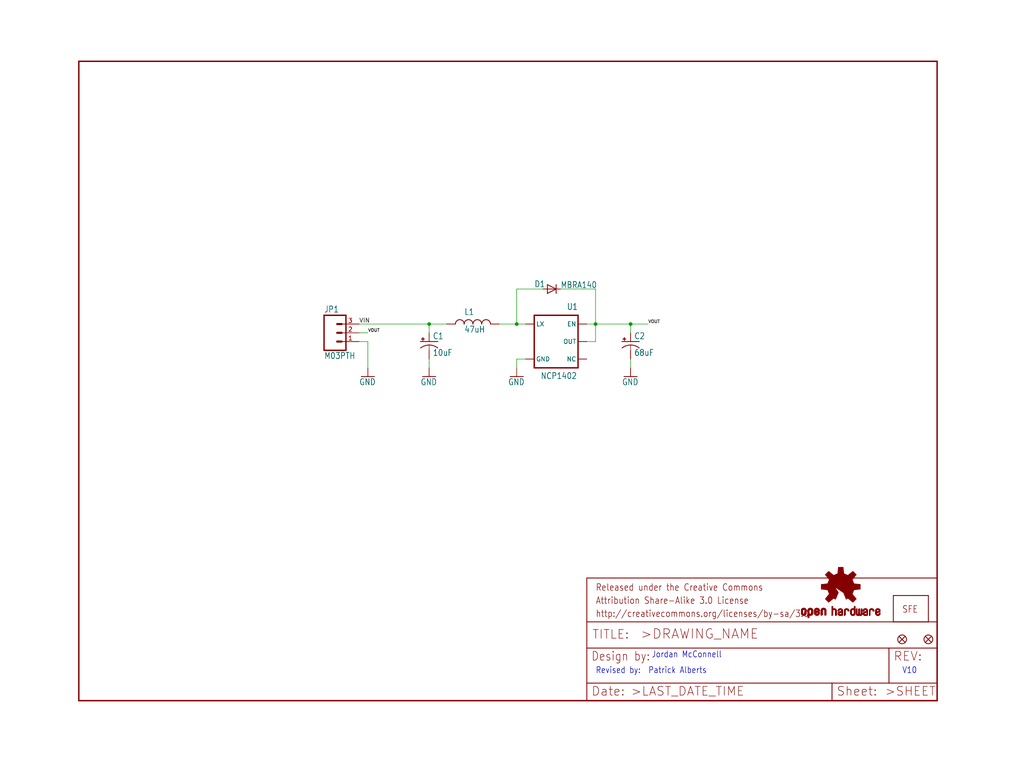
<source format=kicad_sch>
(kicad_sch (version 20211123) (generator eeschema)
  (paper "User" 297.002 223.926)
  (lib_symbols
    (symbol "eagleSchem-eagle-import:CAP_POL1206"
      (property "Reference" "C" (at 1.016 0.635 0))
      (property "Value" "CAP_POL1206" (at 1.016 -4.191 0))
      (symbol "CAP_POL1206_1_0"
        (pin passive line (at 0 2.54 270) (length 2.54) (name "+") (number "A"))
        (pin passive line (at 0 -5.08 90) (length 2.54) (name "-") (number "C"))
      )
    )
    (symbol "eagleSchem-eagle-import:CAP_POL3528"
      (property "Reference" "C" (at 1.016 0.635 0))
      (property "Value" "CAP_POL3528" (at 1.016 -4.191 0))
      (symbol "CAP_POL3528_1_0"
        (pin passive line (at 0 2.54 270) (length 2.54) (name "+") (number "A"))
        (pin passive line (at 0 -5.08 90) (length 2.54) (name "-") (number "C"))
      )
    )
    (symbol "eagleSchem-eagle-import:DIODESMA"
      (property "Reference" "D" (at 2.54 0.4826 0))
      (property "Value" "DIODESMA" (at 2.54 -2.3114 0))
      (symbol "DIODESMA_1_0"
        (pin passive line (at -2.54 0 0) (length 2.54) (name "A") (number "A"))
        (pin passive line (at 2.54 0 180) (length 2.54) (name "C") (number "C"))
      )
    )
    (symbol "eagleSchem-eagle-import:FIDUCIAL1X2")
    (symbol "eagleSchem-eagle-import:FRAME-LETTER"
      (symbol "FRAME-LETTER_2_0"
        (text ">DRAWING_NAME" (at 15.494 17.78 0) (effects (font (size 2.7432 2.7432)) (justify left bottom)))
        (text ">LAST_DATE_TIME" (at 12.7 1.27 0) (effects (font (size 2.54 2.54)) (justify left bottom)))
        (text ">SHEET" (at 86.36 1.27 0) (effects (font (size 2.54 2.54)) (justify left bottom)))
        (text "Attribution Share-Alike 3.0 License" (at 2.54 27.94 0) (effects (font (size 1.9304 1.6408)) (justify left bottom)))
        (text "Date:" (at 1.27 1.27 0) (effects (font (size 2.54 2.54)) (justify left bottom)))
        (text "Design by:" (at 1.27 11.43 0) (effects (font (size 2.54 2.159)) (justify left bottom)))
        (text "http://creativecommons.org/licenses/by-sa/3.0" (at 2.54 24.13 0) (effects (font (size 1.9304 1.6408)) (justify left bottom)))
        (text "Released under the Creative Commons" (at 2.54 31.75 0) (effects (font (size 1.9304 1.6408)) (justify left bottom)))
        (text "REV:" (at 88.9 11.43 0) (effects (font (size 2.54 2.54)) (justify left bottom)))
        (text "Sheet:" (at 72.39 1.27 0) (effects (font (size 2.54 2.54)) (justify left bottom)))
        (text "TITLE:" (at 1.524 17.78 0) (effects (font (size 2.54 2.54)) (justify left bottom)))
      )
    )
    (symbol "eagleSchem-eagle-import:GND" (power)
      (property "Value" "GND" (at -2.54 -2.54 0))
      (symbol "GND_1_0"
        (pin power_in line (at 0 2.54 270) (length 2.54) (name "GND") (number "1"))
      )
    )
    (symbol "eagleSchem-eagle-import:INDUCTORCR54"
      (property "Value" "INDUCTORCR54" (at 2.54 -5.08 0))
      (symbol "INDUCTORCR54_1_0"
        (pin passive line (at 0 7.62 270) (length 2.54) (name "1") (number "P$1"))
        (pin passive line (at 0 -7.62 90) (length 2.54) (name "2") (number "P$2"))
      )
    )
    (symbol "eagleSchem-eagle-import:LOGO-SFESK"
      (symbol "LOGO-SFESK_1_0"
        (text "SFE" (at 0 0 0) (effects (font (size 1.9304 1.6408)) (justify left bottom)))
      )
    )
    (symbol "eagleSchem-eagle-import:M03PTH"
      (property "Reference" "JP" (at -2.54 5.842 0))
      (property "Value" "M03PTH" (at -2.54 -7.62 0))
      (symbol "M03PTH_1_0"
        (pin passive line (at 7.62 -2.54 180) (length 5.08) (name "1") (number "1"))
        (pin passive line (at 7.62 0 180) (length 5.08) (name "2") (number "2"))
        (pin passive line (at 7.62 2.54 180) (length 5.08) (name "3") (number "3"))
      )
    )
    (symbol "eagleSchem-eagle-import:OSHW-LOGOS")
    (symbol "eagleSchem-eagle-import:V_REG_NCP1400SOT23-5"
      (property "Reference" "IC" (at -5.08 9.144 0))
      (property "Value" "V_REG_NCP1400SOT23-5" (at -4.826 -10.922 0))
      (symbol "V_REG_NCP1400SOT23-5_1_0"
        (pin input line (at -7.62 5.08 0) (length 2.54) (name "EN") (number "1"))
        (pin passive line (at -7.62 0 0) (length 2.54) (name "OUT") (number "2"))
        (pin input line (at -7.62 -5.08 0) (length 2.54) (name "NC") (number "3"))
        (pin input line (at 10.16 -5.08 180) (length 2.54) (name "GND") (number "4"))
        (pin input line (at 10.16 5.08 180) (length 2.54) (name "LX") (number "5"))
      )
    )
  )
  (junction (at 172.72 93.98))
  (junction (at 124.46 93.98))
  (junction (at 182.88 93.98))
  (junction (at 149.86 93.98))
  (wire (pts (xy 152.4 104.14) (xy 149.86 104.14)))
  (wire (pts (xy 172.72 83.82) (xy 172.72 93.98)))
  (wire (pts (xy 182.88 104.14) (xy 182.88 106.68)))
  (wire (pts (xy 149.86 93.98) (xy 149.86 83.82)))
  (wire (pts (xy 149.86 83.82) (xy 157.48 83.82)))
  (wire (pts (xy 172.72 93.98) (xy 182.88 93.98)))
  (wire (pts (xy 152.4 93.98) (xy 149.86 93.98)))
  (wire (pts (xy 106.68 99.06) (xy 106.68 106.68)))
  (wire (pts (xy 144.78 93.98) (xy 149.86 93.98)))
  (wire (pts (xy 124.46 93.98) (xy 124.46 96.52)))
  (wire (pts (xy 104.14 93.98) (xy 124.46 93.98)))
  (wire (pts (xy 104.14 99.06) (xy 106.68 99.06)))
  (wire (pts (xy 124.46 104.14) (xy 124.46 106.68)))
  (wire (pts (xy 182.88 93.98) (xy 187.96 93.98)))
  (wire (pts (xy 129.54 93.98) (xy 124.46 93.98)))
  (wire (pts (xy 170.18 93.98) (xy 172.72 93.98)))
  (wire (pts (xy 149.86 104.14) (xy 149.86 106.68)))
  (wire (pts (xy 104.14 96.52) (xy 106.68 96.52)))
  (wire (pts (xy 162.56 83.82) (xy 172.72 83.82)))
  (wire (pts (xy 172.72 99.06) (xy 170.18 99.06)))
  (wire (pts (xy 182.88 93.98) (xy 182.88 96.52)))
  (wire (pts (xy 172.72 93.98) (xy 172.72 99.06)))
  (text "Revised by:  Patrick Alberts" (at 172.72 195.58 180) (effects (font (size 1.778 1.5113)) (justify left bottom)))
  (text "V10" (at 261.62 195.58 180) (effects (font (size 1.778 1.5113)) (justify left bottom)))
  (text "Jordan McConnell" (at 188.976 191.008 180) (effects (font (size 1.778 1.5113)) (justify left bottom)))
  (label "VOUT" (at 187.96 93.98 0) (effects (font (size 0.889 0.889))))
  (label "VIN" (at 104.14 93.98 0) (effects (font (size 1.2446 1.2446))))
  (label "VOUT" (at 106.68 96.52 0) (effects (font (size 0.889 0.889))))
  (symbol (lib_id "eagleSchem-eagle-import:INDUCTORCR54") (at 137.16 93.98 90) (unit 1)
    (property "Reference" "L1" (at 134.62 91.44 90) (effects (font (size 1.778 1.5113)) (justify right top)))
    (property "Value" "47uH" (at 134.62 96.52 90) (effects (font (size 1.778 1.5113)) (justify right top)))
    (property "Footprint" "eagleSchem:CR54" (effects hide))
  )
  (symbol (lib_id "eagleSchem-eagle-import:FRAME-LETTER") (at 170.18 203.2 0) (unit 2)
    (property "Reference" "FRAME1" (effects hide))
    (property "Value" "FRAME-LETTER" (effects hide))
    (property "Footprint" "eagleSchem:CREATIVE_COMMONS" (effects hide))
  )
  (symbol (lib_id "eagleSchem-eagle-import:GND") (at 182.88 109.22 0) (unit 1)
    (property "Reference" "#GND4" (effects hide))
    (property "Value" "GND" (at 180.34 111.76 0) (effects (font (size 1.778 1.5113)) (justify left bottom)))
    (property "Footprint" "eagleSchem:" (effects hide))
  )
  (symbol (lib_id "eagleSchem-eagle-import:GND") (at 124.46 109.22 0) (unit 1)
    (property "Reference" "#GND2" (effects hide))
    (property "Value" "GND" (at 121.92 111.76 0) (effects (font (size 1.778 1.5113)) (justify left bottom)))
    (property "Footprint" "eagleSchem:" (effects hide))
  )
  (symbol (lib_id "eagleSchem-eagle-import:GND") (at 106.68 109.22 0) (unit 1)
    (property "Reference" "#GND1" (effects hide))
    (property "Value" "GND" (at 104.14 111.76 0) (effects (font (size 1.778 1.5113)) (justify left bottom)))
    (property "Footprint" "eagleSchem:" (effects hide))
  )
  (symbol (lib_id "eagleSchem-eagle-import:FRAME-LETTER") (at 22.86 203.2 0) (unit 1)
    (property "Reference" "FRAME1" (effects hide))
    (property "Value" "FRAME-LETTER" (effects hide))
    (property "Footprint" "eagleSchem:CREATIVE_COMMONS" (effects hide))
  )
  (symbol (lib_id "eagleSchem-eagle-import:FIDUCIAL1X2") (at 269.24 185.42 0) (unit 1)
    (property "Reference" "FID2" (effects hide))
    (property "Value" "FIDUCIAL1X2" (effects hide))
    (property "Footprint" "eagleSchem:FIDUCIAL-1X2" (effects hide))
  )
  (symbol (lib_id "eagleSchem-eagle-import:GND") (at 149.86 109.22 0) (unit 1)
    (property "Reference" "#GND3" (effects hide))
    (property "Value" "GND" (at 147.32 111.76 0) (effects (font (size 1.778 1.5113)) (justify left bottom)))
    (property "Footprint" "eagleSchem:" (effects hide))
  )
  (symbol (lib_id "eagleSchem-eagle-import:LOGO-SFESK") (at 261.62 177.8 0) (unit 1)
    (property "Reference" "JP2" (effects hide))
    (property "Value" "LOGO-SFESK" (effects hide))
    (property "Footprint" "eagleSchem:SFE-LOGO-FLAME" (effects hide))
  )
  (symbol (lib_id "eagleSchem-eagle-import:V_REG_NCP1400SOT23-5") (at 162.56 99.06 0) (mirror y) (unit 1)
    (property "Reference" "U1" (at 167.64 89.916 0) (effects (font (size 1.778 1.5113)) (justify left bottom)))
    (property "Value" "NCP1402" (at 167.386 109.982 0) (effects (font (size 1.778 1.5113)) (justify left bottom)))
    (property "Footprint" "eagleSchem:SOT23-5" (effects hide))
  )
  (symbol (lib_id "eagleSchem-eagle-import:CAP_POL1206") (at 124.46 99.06 0) (unit 1)
    (property "Reference" "C1" (at 125.476 98.425 0) (effects (font (size 1.778 1.5113)) (justify left bottom)))
    (property "Value" "10uF" (at 125.476 103.251 0) (effects (font (size 1.778 1.5113)) (justify left bottom)))
    (property "Footprint" "eagleSchem:EIA3216" (effects hide))
  )
  (symbol (lib_id "eagleSchem-eagle-import:M03PTH") (at 96.52 96.52 0) (unit 1)
    (property "Reference" "JP1" (at 93.98 90.678 0) (effects (font (size 1.778 1.5113)) (justify left bottom)))
    (property "Value" "M03PTH" (at 93.98 104.14 0) (effects (font (size 1.778 1.5113)) (justify left bottom)))
    (property "Footprint" "eagleSchem:1X03" (effects hide))
  )
  (symbol (lib_id "eagleSchem-eagle-import:CAP_POL3528") (at 182.88 99.06 0) (unit 1)
    (property "Reference" "C2" (at 183.896 98.425 0) (effects (font (size 1.778 1.5113)) (justify left bottom)))
    (property "Value" "68uF" (at 183.896 103.251 0) (effects (font (size 1.778 1.5113)) (justify left bottom)))
    (property "Footprint" "eagleSchem:EIA3528" (effects hide))
  )
  (symbol (lib_id "eagleSchem-eagle-import:OSHW-LOGOS") (at 243.84 170.18 0) (unit 1)
    (property "Reference" "U$1" (effects hide))
    (property "Value" "OSHW-LOGOS" (effects hide))
    (property "Footprint" "eagleSchem:OSHW-LOGO-S" (effects hide))
  )
  (symbol (lib_id "eagleSchem-eagle-import:FIDUCIAL1X2") (at 261.62 185.42 0) (unit 1)
    (property "Reference" "FID1" (effects hide))
    (property "Value" "FIDUCIAL1X2" (effects hide))
    (property "Footprint" "eagleSchem:FIDUCIAL-1X2" (effects hide))
  )
  (symbol (lib_id "eagleSchem-eagle-import:DIODESMA") (at 160.02 83.82 0) (unit 1)
    (property "Reference" "D1" (at 154.94 83.3374 0) (effects (font (size 1.778 1.5113)) (justify left bottom)))
    (property "Value" "MBRA140" (at 162.56 83.5914 0) (effects (font (size 1.778 1.5113)) (justify left bottom)))
    (property "Footprint" "eagleSchem:SMA-DIODE" (effects hide))
  )
)
</source>
